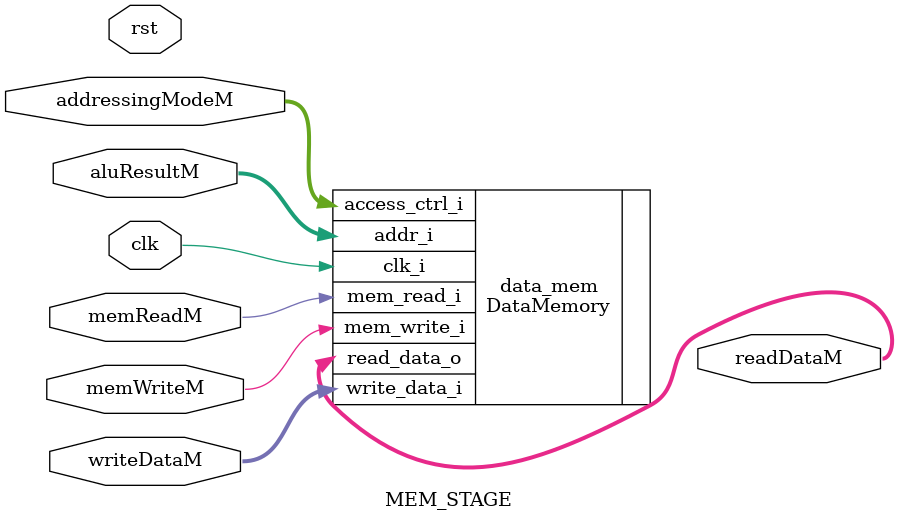
<source format=sv>
module MEM_STAGE (
    input  logic        clk,
    input  logic        rst,

    // -------------------------
    // From EX/MEM Register
    // -------------------------
    input  logic [31:0] aluResultM,      // Address for load/store
    input  logic [31:0] writeDataM,      // Store data (rs2 forwarded)
    input  logic        memReadM,        // Load instruction?
    input  logic        memWriteM,       // Store instruction?
    input  logic [2:0]  addressingModeM, // Byte/Half/Word + signed/unsigned

    // -------------------------
    // Output to MEM/WB Register
    // -------------------------
    output logic [31:0] readDataM        // Loaded data (if load)
);

    // =====================================
    //   Instantiate original DataMemory
    // =====================================

    DataMemory data_mem (
        .clk_i         (clk),

        .mem_read_i    (memReadM),
        .mem_write_i   (memWriteM),

        .addr_i        (aluResultM),
        .write_data_i  (writeDataM),

        .access_ctrl_i (addressingModeM),

        .read_data_o   (readDataM)
    );

endmodule

</source>
